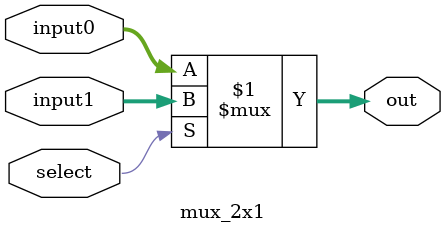
<source format=v>
`timescale 1ns / 1ps
module mux_2x1(input0, input1, select, out);
    input [31:0] input0, input1;
    input select;
    output [31:0] out;

    assign out = select ? input1 : input0;
endmodule

</source>
